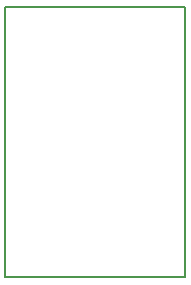
<source format=gm1>
G04 #@! TF.GenerationSoftware,KiCad,Pcbnew,5.0.2+dfsg1-1~bpo9+1*
G04 #@! TF.CreationDate,2019-06-18T09:33:43+01:00*
G04 #@! TF.ProjectId,nrf24l01,6e726632-346c-4303-912e-6b696361645f,rev?*
G04 #@! TF.SameCoordinates,Original*
G04 #@! TF.FileFunction,Profile,NP*
%FSLAX46Y46*%
G04 Gerber Fmt 4.6, Leading zero omitted, Abs format (unit mm)*
G04 Created by KiCad (PCBNEW 5.0.2+dfsg1-1~bpo9+1) date Tue 18 Jun 2019 09:33:43 IST*
%MOMM*%
%LPD*%
G01*
G04 APERTURE LIST*
%ADD10C,0.150000*%
G04 APERTURE END LIST*
D10*
X125730000Y-78740000D02*
X125730000Y-55880000D01*
X140970000Y-78740000D02*
X125730000Y-78740000D01*
X140970000Y-55880000D02*
X140970000Y-78740000D01*
X125730000Y-55880000D02*
X140970000Y-55880000D01*
M02*

</source>
